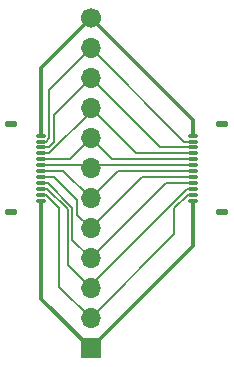
<source format=gbr>
%TF.GenerationSoftware,KiCad,Pcbnew,7.0.5*%
%TF.CreationDate,2023-07-03T18:18:52+02:00*%
%TF.ProjectId,connector,636f6e6e-6563-4746-9f72-2e6b69636164,rev?*%
%TF.SameCoordinates,Original*%
%TF.FileFunction,Copper,L1,Top*%
%TF.FilePolarity,Positive*%
%FSLAX46Y46*%
G04 Gerber Fmt 4.6, Leading zero omitted, Abs format (unit mm)*
G04 Created by KiCad (PCBNEW 7.0.5) date 2023-07-03 18:18:52*
%MOMM*%
%LPD*%
G01*
G04 APERTURE LIST*
G04 Aperture macros list*
%AMRoundRect*
0 Rectangle with rounded corners*
0 $1 Rounding radius*
0 $2 $3 $4 $5 $6 $7 $8 $9 X,Y pos of 4 corners*
0 Add a 4 corners polygon primitive as box body*
4,1,4,$2,$3,$4,$5,$6,$7,$8,$9,$2,$3,0*
0 Add four circle primitives for the rounded corners*
1,1,$1+$1,$2,$3*
1,1,$1+$1,$4,$5*
1,1,$1+$1,$6,$7*
1,1,$1+$1,$8,$9*
0 Add four rect primitives between the rounded corners*
20,1,$1+$1,$2,$3,$4,$5,0*
20,1,$1+$1,$4,$5,$6,$7,0*
20,1,$1+$1,$6,$7,$8,$9,0*
20,1,$1+$1,$8,$9,$2,$3,0*%
G04 Aperture macros list end*
%TA.AperFunction,ComponentPad*%
%ADD10C,1.700000*%
%TD*%
%TA.AperFunction,ComponentPad*%
%ADD11O,1.700000X1.700000*%
%TD*%
%TA.AperFunction,ComponentPad*%
%ADD12R,1.700000X1.700000*%
%TD*%
%TA.AperFunction,SMDPad,CuDef*%
%ADD13RoundRect,0.075000X0.325000X-0.075000X0.325000X0.075000X-0.325000X0.075000X-0.325000X-0.075000X0*%
%TD*%
%TA.AperFunction,SMDPad,CuDef*%
%ADD14RoundRect,0.125000X0.375000X-0.125000X0.375000X0.125000X-0.375000X0.125000X-0.375000X-0.125000X0*%
%TD*%
%TA.AperFunction,SMDPad,CuDef*%
%ADD15RoundRect,0.075000X-0.325000X0.075000X-0.325000X-0.075000X0.325000X-0.075000X0.325000X0.075000X0*%
%TD*%
%TA.AperFunction,SMDPad,CuDef*%
%ADD16RoundRect,0.125000X-0.375000X0.125000X-0.375000X-0.125000X0.375000X-0.125000X0.375000X0.125000X0*%
%TD*%
%TA.AperFunction,Conductor*%
%ADD17C,0.300000*%
%TD*%
%TA.AperFunction,Conductor*%
%ADD18C,0.200000*%
%TD*%
G04 APERTURE END LIST*
D10*
%TO.P,J3,1,Pin_1*%
%TO.N,/VIN*%
X57450000Y-34810000D03*
D11*
%TO.P,J3,2,Pin_2*%
%TO.N,/SDA1*%
X57450000Y-37350000D03*
%TO.P,J3,3,Pin_3*%
%TO.N,/SCL1*%
X57450000Y-39890000D03*
%TO.P,J3,4,Pin_4*%
%TO.N,/IN+*%
X57450000Y-42430000D03*
%TO.P,J3,5,Pin_5*%
%TO.N,/IN-*%
X57450000Y-44970000D03*
%TO.P,J3,6,Pin_6*%
%TO.N,/VDD*%
X57450000Y-47510000D03*
%TO.P,J3,7,Pin_7*%
%TO.N,/MOSI1*%
X57450000Y-50050000D03*
%TO.P,J3,8,Pin_8*%
%TO.N,/MISO1*%
X57450000Y-52590000D03*
%TO.P,J3,9,Pin_9*%
%TO.N,/SCLK*%
X57450000Y-55130000D03*
%TO.P,J3,10,Pin_10*%
%TO.N,/SS*%
X57450000Y-57670000D03*
%TO.P,J3,11,Pin_11*%
%TO.N,/POL1*%
X57450000Y-60210000D03*
D12*
%TO.P,J3,12,Pin_12*%
%TO.N,/GND*%
X57450000Y-62750000D03*
%TD*%
D13*
%TO.P,J1,1,Pin_1*%
%TO.N,/VIN*%
X66100000Y-44750000D03*
%TO.P,J1,2,Pin_2*%
%TO.N,/SDA1*%
X66100000Y-45250000D03*
%TO.P,J1,3,Pin_3*%
%TO.N,/SCL1*%
X66100000Y-45750000D03*
%TO.P,J1,4,Pin_4*%
%TO.N,/IN+*%
X66100000Y-46250000D03*
%TO.P,J1,5,Pin_5*%
%TO.N,/IN-*%
X66100000Y-46750000D03*
%TO.P,J1,6,Pin_6*%
%TO.N,/VDD*%
X66100000Y-47250000D03*
%TO.P,J1,7,Pin_7*%
%TO.N,/MOSI1*%
X66100000Y-47750000D03*
%TO.P,J1,8,Pin_8*%
%TO.N,/MISO1*%
X66100000Y-48250000D03*
%TO.P,J1,9,Pin_9*%
%TO.N,/SCLK*%
X66100000Y-48750000D03*
%TO.P,J1,10,Pin_10*%
%TO.N,/SS*%
X66100000Y-49250000D03*
%TO.P,J1,11,Pin_11*%
%TO.N,/POL1*%
X66100000Y-49750000D03*
%TO.P,J1,12,Pin_12*%
%TO.N,/GND*%
X66100000Y-50250000D03*
D14*
%TO.P,J1,MP,MountPin*%
%TO.N,unconnected-(J1-MountPin-PadMP)*%
X68600000Y-51250000D03*
X68600000Y-43750000D03*
%TD*%
D15*
%TO.P,J2,1,Pin_1*%
%TO.N,/GND*%
X53250000Y-50250000D03*
%TO.P,J2,2,Pin_2*%
%TO.N,/POL1*%
X53250000Y-49750000D03*
%TO.P,J2,3,Pin_3*%
%TO.N,/SS*%
X53250000Y-49250000D03*
%TO.P,J2,4,Pin_4*%
%TO.N,/SCLK*%
X53250000Y-48750000D03*
%TO.P,J2,5,Pin_5*%
%TO.N,/MISO1*%
X53250000Y-48250000D03*
%TO.P,J2,6,Pin_6*%
%TO.N,/MOSI1*%
X53250000Y-47750000D03*
%TO.P,J2,7,Pin_7*%
%TO.N,/VDD*%
X53250000Y-47250000D03*
%TO.P,J2,8,Pin_8*%
%TO.N,/IN-*%
X53250000Y-46750000D03*
%TO.P,J2,9,Pin_9*%
%TO.N,/IN+*%
X53250000Y-46250000D03*
%TO.P,J2,10,Pin_10*%
%TO.N,/SCL1*%
X53250000Y-45750000D03*
%TO.P,J2,11,Pin_11*%
%TO.N,/SDA1*%
X53250000Y-45250000D03*
%TO.P,J2,12,Pin_12*%
%TO.N,/VIN*%
X53250000Y-44750000D03*
D16*
%TO.P,J2,MP,MountPin*%
%TO.N,unconnected-(J2-MountPin-PadMP)*%
X50750000Y-43750000D03*
X50750000Y-51250000D03*
%TD*%
D17*
%TO.N,/VIN*%
X66100000Y-43460000D02*
X66100000Y-44750000D01*
X53250000Y-39010000D02*
X53250000Y-44750000D01*
X57450000Y-34810000D02*
X53250000Y-39010000D01*
X57450000Y-34810000D02*
X66100000Y-43460000D01*
D18*
%TO.N,/SDA1*%
X65350000Y-45250000D02*
X57450000Y-37350000D01*
X66100000Y-45250000D02*
X65350000Y-45250000D01*
X53950000Y-40850000D02*
X53950000Y-44980330D01*
X53950000Y-44980330D02*
X53680330Y-45250000D01*
X53680330Y-45250000D02*
X53250000Y-45250000D01*
X57450000Y-37350000D02*
X53950000Y-40850000D01*
%TO.N,/SCL1*%
X53900000Y-45750000D02*
X53250000Y-45750000D01*
X66100000Y-45750000D02*
X63310000Y-45750000D01*
X54350000Y-42990000D02*
X54350000Y-45300000D01*
X54350000Y-45300000D02*
X53900000Y-45750000D01*
X57450000Y-39890000D02*
X54350000Y-42990000D01*
X63310000Y-45750000D02*
X57450000Y-39890000D01*
%TO.N,/IN+*%
X61270000Y-46250000D02*
X57450000Y-42430000D01*
X66100000Y-46250000D02*
X61270000Y-46250000D01*
X57450000Y-42430000D02*
X57450000Y-42765686D01*
X57450000Y-42765686D02*
X53965686Y-46250000D01*
X53965686Y-46250000D02*
X53250000Y-46250000D01*
%TO.N,/IN-*%
X59230000Y-46750000D02*
X57450000Y-44970000D01*
X55670000Y-46750000D02*
X53250000Y-46750000D01*
X57450000Y-44970000D02*
X55670000Y-46750000D01*
X66100000Y-46750000D02*
X59230000Y-46750000D01*
%TO.N,/VDD*%
X57710000Y-47250000D02*
X57450000Y-47510000D01*
X57450000Y-47510000D02*
X57190000Y-47250000D01*
X57190000Y-47250000D02*
X53250000Y-47250000D01*
X66100000Y-47250000D02*
X57710000Y-47250000D01*
%TO.N,/MOSI1*%
X57450000Y-50050000D02*
X55150000Y-47750000D01*
X66100000Y-47750000D02*
X59750000Y-47750000D01*
X55150000Y-47750000D02*
X53250000Y-47750000D01*
X59750000Y-47750000D02*
X57450000Y-50050000D01*
%TO.N,/MISO1*%
X56300000Y-50184314D02*
X54365686Y-48250000D01*
X54365686Y-48250000D02*
X53250000Y-48250000D01*
X56300000Y-51440000D02*
X56300000Y-50184314D01*
X61790000Y-48250000D02*
X57450000Y-52590000D01*
X66100000Y-48250000D02*
X61790000Y-48250000D01*
X57450000Y-52590000D02*
X56300000Y-51440000D01*
%TO.N,/SCLK*%
X55900000Y-53580000D02*
X57450000Y-55130000D01*
X63830000Y-48750000D02*
X57450000Y-55130000D01*
X53811700Y-48750000D02*
X55900000Y-50838300D01*
X55900000Y-50838300D02*
X55900000Y-53580000D01*
X53250000Y-48750000D02*
X53811700Y-48750000D01*
X66100000Y-48750000D02*
X63830000Y-48750000D01*
%TO.N,/SS*%
X65603984Y-49250000D02*
X57450000Y-57403984D01*
X66100000Y-49250000D02*
X65603984Y-49250000D01*
X53746015Y-49250000D02*
X55500000Y-51003985D01*
X55500000Y-55720000D02*
X57450000Y-57670000D01*
X57450000Y-57403984D02*
X57450000Y-57670000D01*
X55500000Y-51003985D02*
X55500000Y-55720000D01*
X53250000Y-49250000D02*
X53746015Y-49250000D01*
%TO.N,/POL1*%
X54800000Y-50869670D02*
X54800000Y-57560000D01*
X65669670Y-49750000D02*
X64550000Y-50869670D01*
X53250000Y-49750000D02*
X53680330Y-49750000D01*
X64550000Y-50869670D02*
X64550000Y-53110000D01*
X53680330Y-49750000D02*
X54800000Y-50869670D01*
X54800000Y-57560000D02*
X57450000Y-60210000D01*
X66100000Y-49750000D02*
X65669670Y-49750000D01*
X64550000Y-53110000D02*
X57450000Y-60210000D01*
D17*
%TO.N,/GND*%
X53250000Y-58550000D02*
X57450000Y-62750000D01*
X53250000Y-50250000D02*
X53250000Y-58550000D01*
X66100000Y-54100000D02*
X57450000Y-62750000D01*
X66100000Y-50250000D02*
X66100000Y-54100000D01*
%TD*%
M02*

</source>
